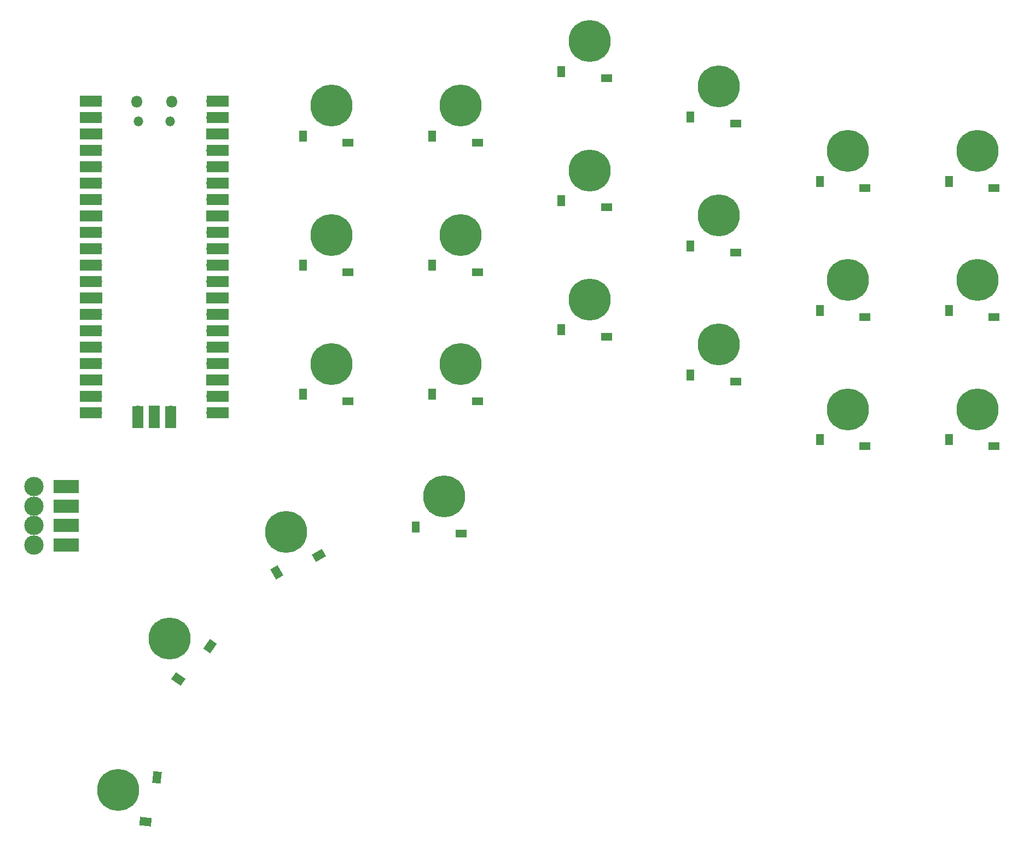
<source format=gbr>
%TF.GenerationSoftware,KiCad,Pcbnew,8.0.1*%
%TF.CreationDate,2024-04-26T18:58:43+02:00*%
%TF.ProjectId,PinkyPi,50696e6b-7950-4692-9e6b-696361645f70,rev?*%
%TF.SameCoordinates,Original*%
%TF.FileFunction,Soldermask,Top*%
%TF.FilePolarity,Negative*%
%FSLAX46Y46*%
G04 Gerber Fmt 4.6, Leading zero omitted, Abs format (unit mm)*
G04 Created by KiCad (PCBNEW 8.0.1) date 2024-04-26 18:58:43*
%MOMM*%
%LPD*%
G01*
G04 APERTURE LIST*
G04 Aperture macros list*
%AMRotRect*
0 Rectangle, with rotation*
0 The origin of the aperture is its center*
0 $1 length*
0 $2 width*
0 $3 Rotation angle, in degrees counterclockwise*
0 Add horizontal line*
21,1,$1,$2,0,0,$3*%
G04 Aperture macros list end*
%ADD10C,6.500000*%
%ADD11R,1.800000X1.300000*%
%ADD12R,1.300000X1.800000*%
%ADD13O,1.800000X1.800000*%
%ADD14O,1.500000X1.500000*%
%ADD15O,1.700000X1.700000*%
%ADD16R,3.500000X1.700000*%
%ADD17R,1.700000X1.700000*%
%ADD18R,1.700000X3.500000*%
%ADD19RotRect,1.800000X1.300000X84.000000*%
%ADD20RotRect,1.800000X1.300000X174.000000*%
%ADD21RotRect,1.800000X1.300000X55.000000*%
%ADD22RotRect,1.800000X1.300000X145.000000*%
%ADD23R,4.000000X2.000000*%
%ADD24C,3.000000*%
%ADD25RotRect,1.800000X1.300000X30.000000*%
%ADD26RotRect,1.800000X1.300000X120.000000*%
G04 APERTURE END LIST*
D10*
%TO.C,U19*%
X133500000Y-69500000D03*
D11*
X136100000Y-75250000D03*
D12*
X129100000Y-74200000D03*
%TD*%
D10*
%TO.C,U9*%
X213500000Y-96500000D03*
D11*
X216100000Y-102250000D03*
D12*
X209100000Y-101200000D03*
%TD*%
D10*
%TO.C,U18*%
X113500000Y-69500000D03*
D11*
X116100000Y-75250000D03*
D12*
X109100000Y-74200000D03*
%TD*%
D10*
%TO.C,U1*%
X213500000Y-56500000D03*
D11*
X216100000Y-62250000D03*
D12*
X209100000Y-61200000D03*
%TD*%
D10*
%TO.C,U11*%
X193500000Y-96500000D03*
D11*
X196100000Y-102250000D03*
D12*
X189100000Y-101200000D03*
%TD*%
D10*
%TO.C,U24*%
X113500000Y-89500000D03*
D11*
X116100000Y-95250000D03*
D12*
X109100000Y-94200000D03*
%TD*%
D10*
%TO.C,U15*%
X113500000Y-49500000D03*
D11*
X116100000Y-55250000D03*
D12*
X109100000Y-54200000D03*
%TD*%
D10*
%TO.C,U21*%
X153500000Y-59500000D03*
D11*
X156100000Y-65250000D03*
D12*
X149100000Y-64200000D03*
%TD*%
D10*
%TO.C,U20*%
X173500000Y-46500000D03*
D11*
X176100000Y-52250000D03*
D12*
X169100000Y-51200000D03*
%TD*%
D13*
%TO.C,U5*%
X83385000Y-48890000D03*
D14*
X83685000Y-51920000D03*
X88535000Y-51920000D03*
D13*
X88835000Y-48890000D03*
D15*
X77220000Y-48760000D03*
D16*
X76320000Y-48760000D03*
D15*
X77220000Y-51300000D03*
D16*
X76320000Y-51300000D03*
D17*
X77220000Y-53840000D03*
D16*
X76320000Y-53840000D03*
D15*
X77220000Y-56380000D03*
D16*
X76320000Y-56380000D03*
D15*
X77220000Y-58920000D03*
D16*
X76320000Y-58920000D03*
D15*
X77220000Y-61460000D03*
D16*
X76320000Y-61460000D03*
D15*
X77220000Y-64000000D03*
D16*
X76320000Y-64000000D03*
D17*
X77220000Y-66540000D03*
D16*
X76320000Y-66540000D03*
D15*
X77220000Y-69080000D03*
D16*
X76320000Y-69080000D03*
D15*
X77220000Y-71620000D03*
D16*
X76320000Y-71620000D03*
D15*
X77220000Y-74160000D03*
D16*
X76320000Y-74160000D03*
D15*
X77220000Y-76700000D03*
D16*
X76320000Y-76700000D03*
D17*
X77220000Y-79240000D03*
D16*
X76320000Y-79240000D03*
D15*
X77220000Y-81780000D03*
D16*
X76320000Y-81780000D03*
D15*
X77220000Y-84320000D03*
D16*
X76320000Y-84320000D03*
D15*
X77220000Y-86860000D03*
D16*
X76320000Y-86860000D03*
D15*
X77220000Y-89400000D03*
D16*
X76320000Y-89400000D03*
D17*
X77220000Y-91940000D03*
D16*
X76320000Y-91940000D03*
D15*
X77220000Y-94480000D03*
D16*
X76320000Y-94480000D03*
D15*
X77220000Y-97020000D03*
D16*
X76320000Y-97020000D03*
D15*
X95000000Y-97020000D03*
D16*
X95900000Y-97020000D03*
D15*
X95000000Y-94480000D03*
D16*
X95900000Y-94480000D03*
D17*
X95000000Y-91940000D03*
D16*
X95900000Y-91940000D03*
D15*
X95000000Y-89400000D03*
D16*
X95900000Y-89400000D03*
D15*
X95000000Y-86860000D03*
D16*
X95900000Y-86860000D03*
D15*
X95000000Y-84320000D03*
D16*
X95900000Y-84320000D03*
D15*
X95000000Y-81780000D03*
D16*
X95900000Y-81780000D03*
D17*
X95000000Y-79240000D03*
D16*
X95900000Y-79240000D03*
D15*
X95000000Y-76700000D03*
D16*
X95900000Y-76700000D03*
D15*
X95000000Y-74160000D03*
D16*
X95900000Y-74160000D03*
D15*
X95000000Y-71620000D03*
D16*
X95900000Y-71620000D03*
D15*
X95000000Y-69080000D03*
D16*
X95900000Y-69080000D03*
D17*
X95000000Y-66540000D03*
D16*
X95900000Y-66540000D03*
D15*
X95000000Y-64000000D03*
D16*
X95900000Y-64000000D03*
D15*
X95000000Y-61460000D03*
D16*
X95900000Y-61460000D03*
D15*
X95000000Y-58920000D03*
D16*
X95900000Y-58920000D03*
D15*
X95000000Y-56380000D03*
D16*
X95900000Y-56380000D03*
D17*
X95000000Y-53840000D03*
D16*
X95900000Y-53840000D03*
D15*
X95000000Y-51300000D03*
D16*
X95900000Y-51300000D03*
D15*
X95000000Y-48760000D03*
D16*
X95900000Y-48760000D03*
D15*
X83570000Y-96790000D03*
D18*
X83570000Y-97690000D03*
D17*
X86110000Y-96790000D03*
D18*
X86110000Y-97690000D03*
D15*
X88650000Y-96790000D03*
D18*
X88650000Y-97690000D03*
%TD*%
D10*
%TO.C,U14*%
X80500000Y-155500000D03*
D19*
X86490275Y-153515282D03*
D20*
X84714328Y-160367180D03*
%TD*%
D10*
%TO.C,U10*%
X88500000Y-132000000D03*
D21*
X94701423Y-133168269D03*
D22*
X89826278Y-138300078D03*
%TD*%
D10*
%TO.C,U8*%
X213500000Y-76500000D03*
D11*
X216100000Y-82250000D03*
D12*
X209100000Y-81200000D03*
%TD*%
D10*
%TO.C,U16*%
X133500000Y-89500000D03*
D11*
X136100000Y-95250000D03*
D12*
X129100000Y-94200000D03*
%TD*%
D10*
%TO.C,U17*%
X153500000Y-79500000D03*
D11*
X156100000Y-85250000D03*
D12*
X149100000Y-84200000D03*
%TD*%
D10*
%TO.C,U2*%
X173500000Y-66500000D03*
D11*
X176100000Y-72250000D03*
D12*
X169100000Y-71200000D03*
%TD*%
D23*
%TO.C,U23*%
X72500000Y-108500000D03*
D24*
X67500000Y-108500000D03*
D23*
X72500000Y-111500000D03*
D24*
X67500000Y-111500000D03*
X67500000Y-114500000D03*
X67500000Y-117500000D03*
D23*
X72500000Y-114500000D03*
X72500000Y-117500000D03*
%TD*%
D10*
%TO.C,U6*%
X131000000Y-110000000D03*
D11*
X133600000Y-115750000D03*
D12*
X126600000Y-114700000D03*
%TD*%
D10*
%TO.C,U4*%
X106500000Y-115500000D03*
D25*
X111626666Y-119179646D03*
D26*
X105039488Y-121770319D03*
%TD*%
D10*
%TO.C,U13*%
X193500000Y-76500000D03*
D11*
X196100000Y-82250000D03*
D12*
X189100000Y-81200000D03*
%TD*%
D10*
%TO.C,U7*%
X193500000Y-56500000D03*
D11*
X196100000Y-62250000D03*
D12*
X189100000Y-61200000D03*
%TD*%
D10*
%TO.C,U22*%
X153500000Y-39500000D03*
D11*
X156100000Y-45250000D03*
D12*
X149100000Y-44200000D03*
%TD*%
D10*
%TO.C,U3*%
X133500000Y-49500000D03*
D11*
X136100000Y-55250000D03*
D12*
X129100000Y-54200000D03*
%TD*%
D10*
%TO.C,U12*%
X173500000Y-86500000D03*
D11*
X176100000Y-92250000D03*
D12*
X169100000Y-91200000D03*
%TD*%
M02*

</source>
